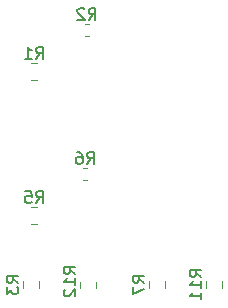
<source format=gbr>
G04 #@! TF.GenerationSoftware,KiCad,Pcbnew,(5.0.2)-1*
G04 #@! TF.CreationDate,2019-03-23T11:15:38+03:00*
G04 #@! TF.ProjectId,galvo-schematic,67616c76-6f2d-4736-9368-656d61746963,rev?*
G04 #@! TF.SameCoordinates,Original*
G04 #@! TF.FileFunction,Legend,Bot*
G04 #@! TF.FilePolarity,Positive*
%FSLAX46Y46*%
G04 Gerber Fmt 4.6, Leading zero omitted, Abs format (unit mm)*
G04 Created by KiCad (PCBNEW (5.0.2)-1) date 23.03.2019 11:15:38*
%MOMM*%
%LPD*%
G01*
G04 APERTURE LIST*
%ADD10C,0.120000*%
%ADD11C,0.150000*%
%ADD12C,0.200000*%
G04 APERTURE END LIST*
D10*
G04 #@! TO.C,R1*
X126484748Y-88698000D02*
X127007252Y-88698000D01*
X126484748Y-90118000D02*
X127007252Y-90118000D01*
G04 #@! TO.C,R5*
X126484748Y-100890000D02*
X127007252Y-100890000D01*
X126484748Y-102310000D02*
X127007252Y-102310000D01*
G04 #@! TO.C,R2*
X131033733Y-85342000D02*
X131376267Y-85342000D01*
X131033733Y-86362000D02*
X131376267Y-86362000D01*
G04 #@! TO.C,R3*
X125782000Y-107703252D02*
X125782000Y-107180748D01*
X127202000Y-107703252D02*
X127202000Y-107180748D01*
G04 #@! TO.C,R6*
X130892733Y-98554000D02*
X131235267Y-98554000D01*
X130892733Y-97534000D02*
X131235267Y-97534000D01*
G04 #@! TO.C,R7*
X137870000Y-107703252D02*
X137870000Y-107180748D01*
X136450000Y-107703252D02*
X136450000Y-107180748D01*
G04 #@! TO.C,R11*
X141276000Y-107180748D02*
X141276000Y-107703252D01*
X142696000Y-107180748D02*
X142696000Y-107703252D01*
G04 #@! TO.C,R12*
X130608000Y-107189748D02*
X130608000Y-107712252D01*
X132028000Y-107189748D02*
X132028000Y-107712252D01*
G04 #@! TO.C,R1*
D11*
X126912666Y-88336380D02*
X127246000Y-87860190D01*
X127484095Y-88336380D02*
X127484095Y-87336380D01*
X127103142Y-87336380D01*
X127007904Y-87384000D01*
X126960285Y-87431619D01*
X126912666Y-87526857D01*
X126912666Y-87669714D01*
X126960285Y-87764952D01*
X127007904Y-87812571D01*
X127103142Y-87860190D01*
X127484095Y-87860190D01*
X125960285Y-88336380D02*
X126531714Y-88336380D01*
X126246000Y-88336380D02*
X126246000Y-87336380D01*
X126341238Y-87479238D01*
X126436476Y-87574476D01*
X126531714Y-87622095D01*
G04 #@! TO.C,R5*
X126912666Y-100528380D02*
X127246000Y-100052190D01*
X127484095Y-100528380D02*
X127484095Y-99528380D01*
X127103142Y-99528380D01*
X127007904Y-99576000D01*
X126960285Y-99623619D01*
X126912666Y-99718857D01*
X126912666Y-99861714D01*
X126960285Y-99956952D01*
X127007904Y-100004571D01*
X127103142Y-100052190D01*
X127484095Y-100052190D01*
X126007904Y-99528380D02*
X126484095Y-99528380D01*
X126531714Y-100004571D01*
X126484095Y-99956952D01*
X126388857Y-99909333D01*
X126150761Y-99909333D01*
X126055523Y-99956952D01*
X126007904Y-100004571D01*
X125960285Y-100099809D01*
X125960285Y-100337904D01*
X126007904Y-100433142D01*
X126055523Y-100480761D01*
X126150761Y-100528380D01*
X126388857Y-100528380D01*
X126484095Y-100480761D01*
X126531714Y-100433142D01*
G04 #@! TO.C,R2*
D12*
X131371666Y-85034380D02*
X131705000Y-84558190D01*
X131943095Y-85034380D02*
X131943095Y-84034380D01*
X131562142Y-84034380D01*
X131466904Y-84082000D01*
X131419285Y-84129619D01*
X131371666Y-84224857D01*
X131371666Y-84367714D01*
X131419285Y-84462952D01*
X131466904Y-84510571D01*
X131562142Y-84558190D01*
X131943095Y-84558190D01*
X130990714Y-84129619D02*
X130943095Y-84082000D01*
X130847857Y-84034380D01*
X130609761Y-84034380D01*
X130514523Y-84082000D01*
X130466904Y-84129619D01*
X130419285Y-84224857D01*
X130419285Y-84320095D01*
X130466904Y-84462952D01*
X131038333Y-85034380D01*
X130419285Y-85034380D01*
G04 #@! TO.C,R3*
X125420380Y-107284333D02*
X124944190Y-106951000D01*
X125420380Y-106712904D02*
X124420380Y-106712904D01*
X124420380Y-107093857D01*
X124468000Y-107189095D01*
X124515619Y-107236714D01*
X124610857Y-107284333D01*
X124753714Y-107284333D01*
X124848952Y-107236714D01*
X124896571Y-107189095D01*
X124944190Y-107093857D01*
X124944190Y-106712904D01*
X124420380Y-107617666D02*
X124420380Y-108236714D01*
X124801333Y-107903380D01*
X124801333Y-108046238D01*
X124848952Y-108141476D01*
X124896571Y-108189095D01*
X124991809Y-108236714D01*
X125229904Y-108236714D01*
X125325142Y-108189095D01*
X125372761Y-108141476D01*
X125420380Y-108046238D01*
X125420380Y-107760523D01*
X125372761Y-107665285D01*
X125325142Y-107617666D01*
G04 #@! TO.C,R6*
X131230666Y-97226380D02*
X131564000Y-96750190D01*
X131802095Y-97226380D02*
X131802095Y-96226380D01*
X131421142Y-96226380D01*
X131325904Y-96274000D01*
X131278285Y-96321619D01*
X131230666Y-96416857D01*
X131230666Y-96559714D01*
X131278285Y-96654952D01*
X131325904Y-96702571D01*
X131421142Y-96750190D01*
X131802095Y-96750190D01*
X130373523Y-96226380D02*
X130564000Y-96226380D01*
X130659238Y-96274000D01*
X130706857Y-96321619D01*
X130802095Y-96464476D01*
X130849714Y-96654952D01*
X130849714Y-97035904D01*
X130802095Y-97131142D01*
X130754476Y-97178761D01*
X130659238Y-97226380D01*
X130468761Y-97226380D01*
X130373523Y-97178761D01*
X130325904Y-97131142D01*
X130278285Y-97035904D01*
X130278285Y-96797809D01*
X130325904Y-96702571D01*
X130373523Y-96654952D01*
X130468761Y-96607333D01*
X130659238Y-96607333D01*
X130754476Y-96654952D01*
X130802095Y-96702571D01*
X130849714Y-96797809D01*
G04 #@! TO.C,R7*
X136088380Y-107275333D02*
X135612190Y-106942000D01*
X136088380Y-106703904D02*
X135088380Y-106703904D01*
X135088380Y-107084857D01*
X135136000Y-107180095D01*
X135183619Y-107227714D01*
X135278857Y-107275333D01*
X135421714Y-107275333D01*
X135516952Y-107227714D01*
X135564571Y-107180095D01*
X135612190Y-107084857D01*
X135612190Y-106703904D01*
X135088380Y-107608666D02*
X135088380Y-108275333D01*
X136088380Y-107846761D01*
G04 #@! TO.C,R11*
X140914380Y-106799142D02*
X140438190Y-106465809D01*
X140914380Y-106227714D02*
X139914380Y-106227714D01*
X139914380Y-106608666D01*
X139962000Y-106703904D01*
X140009619Y-106751523D01*
X140104857Y-106799142D01*
X140247714Y-106799142D01*
X140342952Y-106751523D01*
X140390571Y-106703904D01*
X140438190Y-106608666D01*
X140438190Y-106227714D01*
X140914380Y-107751523D02*
X140914380Y-107180095D01*
X140914380Y-107465809D02*
X139914380Y-107465809D01*
X140057238Y-107370571D01*
X140152476Y-107275333D01*
X140200095Y-107180095D01*
X140914380Y-108703904D02*
X140914380Y-108132476D01*
X140914380Y-108418190D02*
X139914380Y-108418190D01*
X140057238Y-108322952D01*
X140152476Y-108227714D01*
X140200095Y-108132476D01*
G04 #@! TO.C,R12*
X130246380Y-106545142D02*
X129770190Y-106211809D01*
X130246380Y-105973714D02*
X129246380Y-105973714D01*
X129246380Y-106354666D01*
X129294000Y-106449904D01*
X129341619Y-106497523D01*
X129436857Y-106545142D01*
X129579714Y-106545142D01*
X129674952Y-106497523D01*
X129722571Y-106449904D01*
X129770190Y-106354666D01*
X129770190Y-105973714D01*
X130246380Y-107497523D02*
X130246380Y-106926095D01*
X130246380Y-107211809D02*
X129246380Y-107211809D01*
X129389238Y-107116571D01*
X129484476Y-107021333D01*
X129532095Y-106926095D01*
X129341619Y-107878476D02*
X129294000Y-107926095D01*
X129246380Y-108021333D01*
X129246380Y-108259428D01*
X129294000Y-108354666D01*
X129341619Y-108402285D01*
X129436857Y-108449904D01*
X129532095Y-108449904D01*
X129674952Y-108402285D01*
X130246380Y-107830857D01*
X130246380Y-108449904D01*
G04 #@! TD*
M02*

</source>
